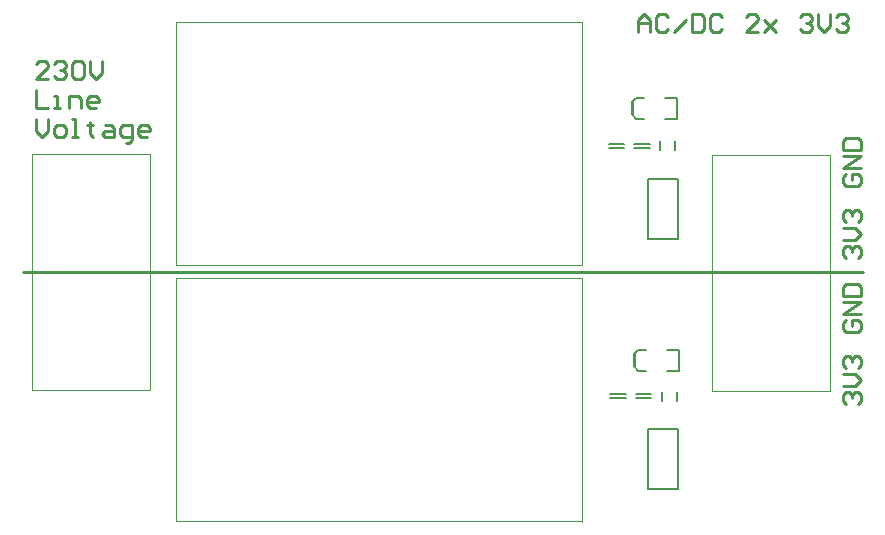
<source format=gto>
G04 Layer_Color=65535*
%FSLAX43Y43*%
%MOMM*%
G71*
G01*
G75*
%ADD21C,0.100*%
%ADD22C,0.127*%
%ADD23C,0.200*%
%ADD24C,0.254*%
D21*
X68360Y67985D02*
X68400Y68025D01*
X58400Y67985D02*
X68360D01*
X68400Y68025D02*
Y87985D01*
X58400D02*
X68400D01*
X58400Y67985D02*
Y87985D01*
X47346Y99263D02*
X47396Y99212D01*
X13005Y99263D02*
X47346D01*
X13005Y78664D02*
Y99263D01*
Y78664D02*
X47371D01*
X47396Y78638D01*
Y99212D01*
X10782Y68065D02*
X10822Y68105D01*
X822Y68065D02*
X10782D01*
X10822Y68105D02*
Y88065D01*
X822D02*
X10822D01*
X822Y68065D02*
Y88065D01*
X47346Y77572D02*
X47396Y77521D01*
X13005Y77572D02*
X47346D01*
X13005Y56972D02*
Y77572D01*
Y56972D02*
X47371D01*
X47396Y56947D01*
Y77521D01*
D22*
X55245Y88392D02*
Y89154D01*
X53975Y88392D02*
Y89154D01*
X51676Y91338D02*
Y92558D01*
X51956Y92837D02*
X52578D01*
X55372Y91059D02*
Y92837D01*
X54356D02*
X55372D01*
X51956Y91059D02*
X52578D01*
X54356D02*
X55372D01*
X51575Y91440D02*
X51956Y91059D01*
X51575Y91440D02*
Y92456D01*
X51956Y92837D01*
X49768Y67425D02*
X51070D01*
X49768Y67725D02*
X51070D01*
X51927Y67414D02*
X53229D01*
X51927Y67714D02*
X53229D01*
X49641Y88612D02*
X50943D01*
X49641Y88912D02*
X50943D01*
X51800Y88623D02*
X53102D01*
X51800Y88923D02*
X53102D01*
X55372Y67199D02*
Y67961D01*
X54102Y67199D02*
Y67961D01*
X51867Y70002D02*
Y71222D01*
X52146Y71501D02*
X52769D01*
X55562Y69723D02*
Y71501D01*
X54547D02*
X55562D01*
X52146Y69723D02*
X52769D01*
X54547D02*
X55562D01*
X51765Y70104D02*
X52146Y69723D01*
X51765Y70104D02*
Y71120D01*
X52146Y71501D01*
D23*
X55499Y80899D02*
Y85979D01*
X52959D02*
X55499D01*
X52959Y80899D02*
Y85979D01*
Y80899D02*
X55499D01*
Y59690D02*
Y64770D01*
X52959D02*
X55499D01*
X52959Y59690D02*
Y64770D01*
Y59690D02*
X55499D01*
D24*
X0Y78105D02*
X71120D01*
X2159Y94410D02*
X1143D01*
X2159Y95426D01*
Y95680D01*
X1905Y95934D01*
X1397D01*
X1143Y95680D01*
X2667D02*
X2920Y95934D01*
X3428D01*
X3682Y95680D01*
Y95426D01*
X3428Y95172D01*
X3174D01*
X3428D01*
X3682Y94918D01*
Y94664D01*
X3428Y94410D01*
X2920D01*
X2667Y94664D01*
X4190Y95680D02*
X4444Y95934D01*
X4952D01*
X5206Y95680D01*
Y94664D01*
X4952Y94410D01*
X4444D01*
X4190Y94664D01*
Y95680D01*
X5714Y95934D02*
Y94918D01*
X6221Y94410D01*
X6729Y94918D01*
Y95934D01*
X1143Y93496D02*
Y91973D01*
X2159D01*
X2667D02*
X3174D01*
X2920D01*
Y92988D01*
X2667D01*
X3936Y91973D02*
Y92988D01*
X4698D01*
X4952Y92734D01*
Y91973D01*
X6221D02*
X5714D01*
X5460Y92227D01*
Y92734D01*
X5714Y92988D01*
X6221D01*
X6475Y92734D01*
Y92480D01*
X5460D01*
X1143Y91058D02*
Y90043D01*
X1651Y89535D01*
X2159Y90043D01*
Y91058D01*
X2920Y89535D02*
X3428D01*
X3682Y89789D01*
Y90297D01*
X3428Y90551D01*
X2920D01*
X2667Y90297D01*
Y89789D01*
X2920Y89535D01*
X4190D02*
X4698D01*
X4444D01*
Y91058D01*
X4190D01*
X5714Y90804D02*
Y90551D01*
X5460D01*
X5967D01*
X5714D01*
Y89789D01*
X5967Y89535D01*
X6983Y90551D02*
X7491D01*
X7745Y90297D01*
Y89535D01*
X6983D01*
X6729Y89789D01*
X6983Y90043D01*
X7745D01*
X8761Y89027D02*
X9014D01*
X9268Y89281D01*
Y90551D01*
X8507D01*
X8253Y90297D01*
Y89789D01*
X8507Y89535D01*
X9268D01*
X10538D02*
X10030D01*
X9776Y89789D01*
Y90297D01*
X10030Y90551D01*
X10538D01*
X10792Y90297D01*
Y90043D01*
X9776D01*
X69723Y79248D02*
X69469Y79502D01*
Y80010D01*
X69723Y80264D01*
X69977D01*
X70231Y80010D01*
Y79756D01*
Y80010D01*
X70485Y80264D01*
X70739D01*
X70993Y80010D01*
Y79502D01*
X70739Y79248D01*
X69469Y80772D02*
X70485D01*
X70993Y81279D01*
X70485Y81787D01*
X69469D01*
X69723Y82295D02*
X69469Y82549D01*
Y83057D01*
X69723Y83311D01*
X69977D01*
X70231Y83057D01*
Y82803D01*
Y83057D01*
X70485Y83311D01*
X70739D01*
X70993Y83057D01*
Y82549D01*
X70739Y82295D01*
X69723Y86358D02*
X69469Y86104D01*
Y85596D01*
X69723Y85342D01*
X70739D01*
X70993Y85596D01*
Y86104D01*
X70739Y86358D01*
X70231D01*
Y85850D01*
X70993Y86866D02*
X69469D01*
X70993Y87881D01*
X69469D01*
Y88389D02*
X70993D01*
Y89151D01*
X70739Y89405D01*
X69723D01*
X69469Y89151D01*
Y88389D01*
X69723Y66929D02*
X69469Y67183D01*
Y67691D01*
X69723Y67945D01*
X69977D01*
X70231Y67691D01*
Y67437D01*
Y67691D01*
X70485Y67945D01*
X70739D01*
X70993Y67691D01*
Y67183D01*
X70739Y66929D01*
X69469Y68453D02*
X70485D01*
X70993Y68960D01*
X70485Y69468D01*
X69469D01*
X69723Y69976D02*
X69469Y70230D01*
Y70738D01*
X69723Y70992D01*
X69977D01*
X70231Y70738D01*
Y70484D01*
Y70738D01*
X70485Y70992D01*
X70739D01*
X70993Y70738D01*
Y70230D01*
X70739Y69976D01*
X69723Y74039D02*
X69469Y73785D01*
Y73277D01*
X69723Y73023D01*
X70739D01*
X70993Y73277D01*
Y73785D01*
X70739Y74039D01*
X70231D01*
Y73531D01*
X70993Y74547D02*
X69469D01*
X70993Y75562D01*
X69469D01*
Y76070D02*
X70993D01*
Y76832D01*
X70739Y77086D01*
X69723D01*
X69469Y76832D01*
Y76070D01*
X52070Y98425D02*
Y99441D01*
X52578Y99949D01*
X53086Y99441D01*
Y98425D01*
Y99187D01*
X52070D01*
X54609Y99695D02*
X54355Y99949D01*
X53847D01*
X53594Y99695D01*
Y98679D01*
X53847Y98425D01*
X54355D01*
X54609Y98679D01*
X55117Y98425D02*
X56133Y99441D01*
X56641Y99949D02*
Y98425D01*
X57402D01*
X57656Y98679D01*
Y99695D01*
X57402Y99949D01*
X56641D01*
X59180Y99695D02*
X58926Y99949D01*
X58418D01*
X58164Y99695D01*
Y98679D01*
X58418Y98425D01*
X58926D01*
X59180Y98679D01*
X62227Y98425D02*
X61211D01*
X62227Y99441D01*
Y99695D01*
X61973Y99949D01*
X61465D01*
X61211Y99695D01*
X62735Y99441D02*
X63750Y98425D01*
X63242Y98933D01*
X63750Y99441D01*
X62735Y98425D01*
X65782Y99695D02*
X66035Y99949D01*
X66543D01*
X66797Y99695D01*
Y99441D01*
X66543Y99187D01*
X66289D01*
X66543D01*
X66797Y98933D01*
Y98679D01*
X66543Y98425D01*
X66035D01*
X65782Y98679D01*
X67305Y99949D02*
Y98933D01*
X67813Y98425D01*
X68321Y98933D01*
Y99949D01*
X68829Y99695D02*
X69082Y99949D01*
X69590D01*
X69844Y99695D01*
Y99441D01*
X69590Y99187D01*
X69336D01*
X69590D01*
X69844Y98933D01*
Y98679D01*
X69590Y98425D01*
X69082D01*
X68829Y98679D01*
M02*

</source>
